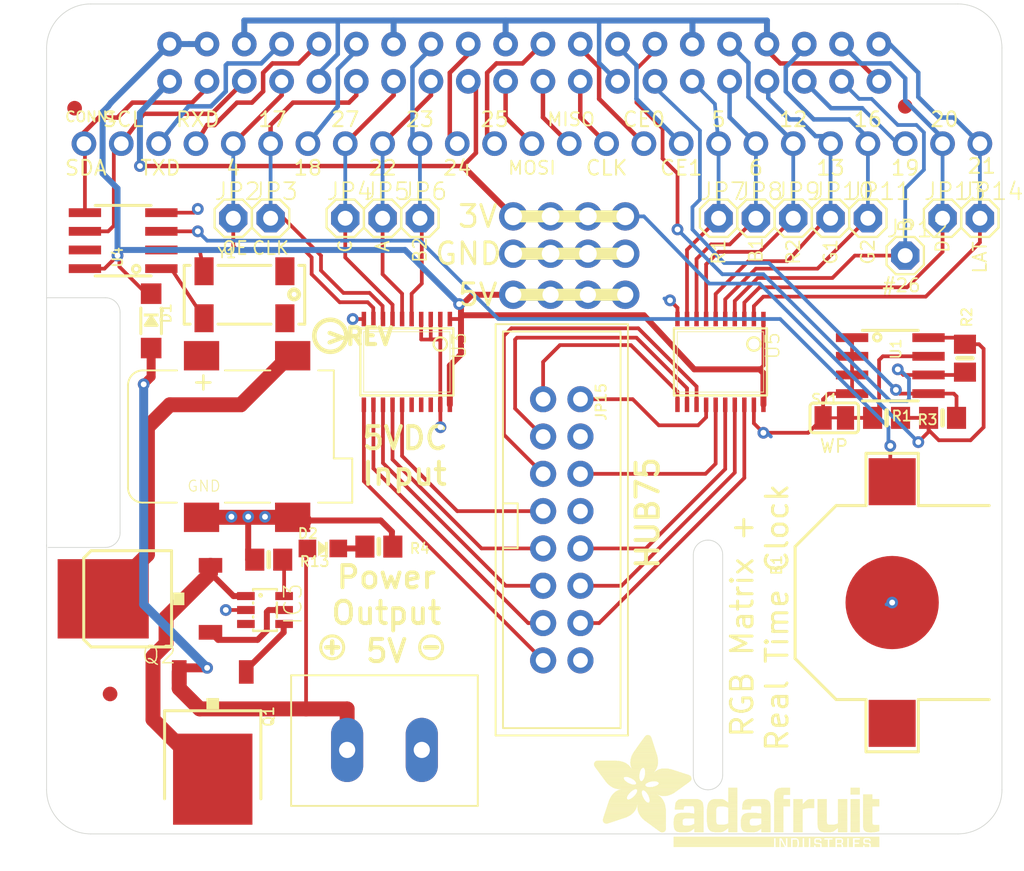
<source format=kicad_pcb>
(kicad_pcb (version 20211014) (generator pcbnew)
  (layers (0 "F.Cu" signal) (31 "B.Cu" signal) (34 "B.Paste" user) (35 "F.Paste" user) (36 "B.SilkS" user "B.Silkscreen") (37 "F.SilkS" user "F.Silkscreen") (38 "B.Mask" user) (39 "F.Mask" user) (44 "Edge.Cuts" user))
  (net 0 "")
  (net 1 "5.0V")
  (net 2 "SDA")
  (net 3 "SCL")
  (net 4 "GPIO4")
  (net 5 "GPIO17")
  (net 6 "GPIO27")
  (net 7 "GPIO22")
  (net 8 "SPI_MOSI")
  (net 9 "SPI_MISO")
  (net 10 "SPI_SCLK")
  (net 11 "GPIO5")
  (net 12 "GPIO6")
  (net 13 "GPIO13")
  (net 14 "GPIO19")
  (net 15 "GPIO26")
  (net 16 "3.3V")
  (net 17 "GND")
  (net 18 "TXD")
  (net 19 "RXD")
  (net 20 "GPIO18")
  (net 21 "GPIO24")
  (net 22 "GPIO25")
  (net 23 "SPI_CE0")
  (net 24 "SPI_CE1")
  (net 25 "EECLK")
  (net 26 "GPIO16")
  (net 27 "GPIO20")
  (net 28 "GPIO21")
  (net 29 "GPIO23")
  (net 30 "EEDATA")
  (net 31 "GPIO12")
  (net 32 "N$16")
  (net 33 "M1_R1")
  (net 34 "M1_B1")
  (net 35 "M1_R2")
  (net 36 "M1_B2")
  (net 37 "M1_A")
  (net 38 "M1_C")
  (net 39 "CLK")
  (net 40 "OE")
  (net 41 "LAT")
  (net 42 "M1_D")
  (net 43 "M1_B")
  (net 44 "M1_G2")
  (net 45 "M1_G1")
  (net 46 "N$14")
  (net 47 "N$1")
  (net 48 "N$6")
  (net 49 "5VIN")
  (net 50 "N$5")
  (net 51 "N$7")
  (net 52 "N$2")
  (net 53 "N$3")
  (net 54 "+5V")
  (net 55 "N$4")
  (footprint "boardEagle:DCJACK_2MM_SMT" (layer "F.Cu") (at 126.5421 106.2026)
    (fp_text reference "U2" hide)
    (fp_text value "2.1MMJACKSMT" hide)
  )
  (footprint "boardEagle:ADAFRUIT_TEXT_20MM" (layer "F.Cu") (at 153.0851 134.1426)
    (fp_text reference "U$12" hide)
    (fp_text value "" hide)
  )
  (footprint "boardEagle:PI_HAT_SLOTS" (layer "F.Cu") (at 116.0011 133.2536)
    (fp_text reference "RPI1" hide)
    (fp_text value "RASPBERRYPI_BPLUS_HATSLOTS" hide)
    (fp_line (start 0.1 -19.5) (end 4 -19.5) (layer "Edge.Cuts") (width 0.05))
    (fp_line (start 0 -53.5) (end 0 -3) (layer "Edge.Cuts") (width 0.05))
    (fp_line (start 44 -4) (end 44 -19) (layer "Edge.Cuts") (width 0.05))
    (fp_line (start 3 0) (end 62 0) (layer "Edge.Cuts") (width 0.05))
    (fp_line (start 46 -19) (end 46 -4) (layer "Edge.Cuts") (width 0.05))
    (fp_line (start 5 -20.5) (end 5 -35.5) (layer "Edge.Cuts") (width 0.05))
    (fp_line (start 4 -36.5) (end 0 -36.5) (layer "Edge.Cuts") (width 0.05))
    (fp_line (start 65 -3) (end 65 -53.5) (layer "Edge.Cuts") (width 0.05))
    (fp_line (start 62 -56.5) (end 3 -56.5) (layer "Edge.Cuts") (width 0.05))
    (fp_arc (start 65 -3) (mid 64.12132 -0.87868) (end 62 0) (layer "Edge.Cuts") (width 0.05))
    (fp_arc (start 46 -4) (mid 45.707107 -3.292893) (end 45 -3) (layer "Edge.Cuts") (width 0.05))
    (fp_arc (start 45 -3) (mid 44.292893 -3.292893) (end 44 -4) (layer "Edge.Cuts") (width 0.05))
    (fp_arc (start 62 -56.5) (mid 64.12132 -55.62132) (end 65 -53.5) (layer "Edge.Cuts") (width 0.05))
    (fp_arc (start 5 -20.5) (mid 4.707107 -19.792893) (end 4 -19.5) (layer "Edge.Cuts") (width 0.05))
    (fp_arc (start 45 -20) (mid 45.707107 -19.707107) (end 46 -19) (layer "Edge.Cuts") (width 0.05))
    (fp_arc (start 44 -19) (mid 44.292893 -19.707107) (end 45 -20) (layer "Edge.Cuts") (width 0.05))
    (fp_arc (start 0 -53.5) (mid 0.87868 -55.62132) (end 3 -56.5) (layer "Edge.Cuts") (width 0.05))
    (fp_arc (start 4 -36.5) (mid 4.707107 -36.207107) (end 5 -35.5) (layer "Edge.Cuts") (width 0.05))
    (fp_arc (start 3 0) (mid 0.87868 -0.87868) (end 0 -3) (layer "Edge.Cuts") (width 0.05))
  )
  (footprint "boardEagle:PCBFEAT-REV-056" (layer "F.Cu") (at 135.3051 99.3446)
    (fp_text reference "U$3" hide)
    (fp_text value "" hide)
  )
  (footprint "boardEagle:1X25_ROUND_70MIL" (layer "F.Cu") (at 149.0211 86.2636)
    (fp_text reference "CONN1")
    (fp_text value "HEADER-1X25")
  )
  (footprint "boardEagle:CHIPLED_0805_NOOUTLINE" (layer "F.Cu") (at 134.7971 113.8226 -90)
    (fp_text reference "D2")
    (fp_text value "green")
  )
  (footprint "boardEagle:1X01" (layer "F.Cu") (at 169.3411 91.3436)
    (fp_text reference "JP10")
    (fp_text value "")
  )
  (footprint "boardEagle:1X01" (layer "F.Cu") (at 141.4011 91.3436)
    (fp_text reference "JP6")
    (fp_text value "")
  )
  (footprint "boardEagle:SOIC8_150MIL" (layer "F.Cu") (at 173.4051 101.3766 -90)
    (fp_text reference "U1")
    (fp_text value "CAT24C32")
  )
  (footprint "boardEagle:SOD-123" (layer "F.Cu") (at 123.1131 98.3286 -90)
    (fp_text reference "D1")
    (fp_text value "MBR120")
  )
  (footprint "boardEagle:SYMBOL_MINUS" (layer "F.Cu") (at 142.1631 120.5536)
    (fp_text reference "U$11" hide)
    (fp_text value "" hide)
  )
  (footprint "boardEagle:1X01" (layer "F.Cu") (at 131.2411 91.3436)
    (fp_text reference "JP3")
    (fp_text value "")
  )
  (footprint "boardEagle:0805-NO" (layer "F.Cu") (at 131.1141 114.5846)
    (fp_text reference "R13")
    (fp_text value "1K")
  )
  (footprint "boardEagle:SOIC8_150MIL" (layer "F.Cu") (at 121.2081 92.8676 90)
    (fp_text reference "U4")
    (fp_text value "DS1307")
  )
  (footprint "boardEagle:1X01" (layer "F.Cu") (at 128.7011 91.3436)
    (fp_text reference "JP2")
    (fp_text value "")
  )
  (footprint "boardEagle:CR1220" (layer "F.Cu") (at 173.5321 117.5056 -90)
    (fp_text reference "B1")
    (fp_text value "CR1220")
  )
  (footprint "boardEagle:1X01" (layer "F.Cu") (at 136.3211 91.3436)
    (fp_text reference "JP4")
    (fp_text value "")
  )
  (footprint "boardEagle:FIDUCIAL_1MM" (layer "F.Cu") (at 174.4211 83.7236)
    (fp_text reference "FID3" hide)
    (fp_text value "FIDUCIAL\"\"" hide)
  )
  (footprint "boardEagle:TERMBLOCK508" (layer "F.Cu") (at 138.9881 127.5386 180)
    (fp_text reference "MATRIX_PWR0" hide)
    (fp_text value "PINHEAD" hide)
  )
  (footprint "boardEagle:CRYSTAL_8X3.8" (layer "F.Cu") (at 129.4631 96.5506)
    (fp_text reference "Y1")
    (fp_text value "32.768kHz")
  )
  (footprint "boardEagle:TO252" (layer "F.Cu") (at 127.3041 127.0306 180)
    (fp_text reference "Q1")
    (fp_text value "AOD514")
  )
  (footprint "boardEagle:SYMBOL_PLUS" (layer "F.Cu") (at 135.4321 120.5536)
    (fp_text reference "U$10" hide)
    (fp_text value "" hide)
  )
  (footprint "boardEagle:2X08_SHROUDED" (layer "F.Cu") (at 151.0531 112.5526 -90)
    (fp_text reference "JP15")
    (fp_text value "")
  )
  (footprint "boardEagle:D-PAK_TO252AA" (layer "F.Cu") (at 122.3511 117.2516 90)
    (fp_text reference "Q2")
    (fp_text value "AOD417")
  )
  (footprint "boardEagle:0805-NO" (layer "F.Cu") (at 176.9611 104.9326 180)
    (fp_text reference "R1")
    (fp_text value "3.9K")
  )
  (footprint "boardEagle:TSSOP20" (layer "F.Cu") (at 161.8481 101.1226 180)
    (fp_text reference "U5")
    (fp_text value "74AHCT245")
  )
  (footprint "boardEagle:0805-NO" (layer "F.Cu") (at 178.4851 100.8686 90)
    (fp_text reference "R2")
    (fp_text value "3.9K")
  )
  (footprint "boardEagle:1X01" (layer "F.Cu") (at 176.9611 91.3436)
    (fp_text reference "JP13")
    (fp_text value "")
  )
  (footprint "boardEagle:FIDUCIAL_1MM" (layer "F.Cu") (at 117.9061 83.8506)
    (fp_text reference "FID1" hide)
    (fp_text value "FIDUCIAL\"\"" hide)
  )
  (footprint "boardEagle:FIDUCIAL_1MM" (layer "F.Cu") (at 120.3191 123.7286)
    (fp_text reference "FID2" hide)
    (fp_text value "FIDUCIAL\"\"" hide)
  )
  (footprint "boardEagle:1X01" (layer "F.Cu") (at 166.8011 91.3436)
    (fp_text reference "JP9")
    (fp_text value "")
  )
  (footprint "boardEagle:1X01" (layer "F.Cu") (at 174.4211 93.8836)
    (fp_text reference "JP12")
    (fp_text value "")
  )
  (footprint "boardEagle:1X01" (layer "F.Cu") (at 164.2611 91.3436)
    (fp_text reference "JP8")
    (fp_text value "")
  )
  (footprint "boardEagle:SOT23-6" (layer "F.Cu") (at 130.8601 118.0136 -90)
    (fp_text reference "IC3")
    (fp_text value "MAX4866T")
  )
  (footprint "boardEagle:1X01" (layer "F.Cu") (at 171.8811 91.3436)
    (fp_text reference "JP11")
    (fp_text value "")
  )
  (footprint "boardEagle:0805-NO" (layer "F.Cu") (at 138.6071 113.6956)
    (fp_text reference "R4")
    (fp_text value "1K")
  )
  (footprint "boardEagle:1X01" (layer "F.Cu") (at 179.5011 91.3436)
    (fp_text reference "JP14")
    (fp_text value "")
  )
  (footprint "boardEagle:1X01" (layer "F.Cu") (at 138.8611 91.3436)
    (fp_text reference "JP5")
    (fp_text value "")
  )
  (footprint "boardEagle:1X01" (layer "F.Cu") (at 161.7211 91.3436)
    (fp_text reference "JP7")
    (fp_text value "")
  )
  (footprint "boardEagle:SOLDERJUMPER_CLOSEDWIRE" (layer "F.Cu") (at 169.5951 104.9326)
    (fp_text reference "SJ1")
    (fp_text value "WP")
  )
  (footprint "boardEagle:TSSOP20" (layer "F.Cu") (at 140.5121 101.1226 180)
    (fp_text reference "U3")
    (fp_text value "74AHCT245")
  )
  (footprint "boardEagle:0805-NO" (layer "F.Cu") (at 173.1511 104.9326)
    (fp_text reference "R3")
    (fp_text value "3.9K")
  )
  (gr_line (start 147.7511 96.5506) (end 155.3711 96.5506) (layer "F.SilkS") (width 0.8128))
  (gr_line (start 147.7511 93.7566) (end 155.4981 93.7566) (layer "F.SilkS") (width 0.8128))
  (gr_line (start 147.7511 91.2166) (end 155.3711 91.2166) (layer "F.SilkS") (width 0.8128))
  (gr_line (start 116.0011 113.6956) (end 116.0011 113.5686) (layer "Edge.Cuts") (width 0.05))
  (gr_text "5V" (at 139.1151 120.8076) (layer "F.SilkS") (effects (font (size 1.5113 1.5113) (thickness 0.2667))))
  (gr_text "23" (at 141.4011 84.6126) (layer "F.SilkS") (effects (font (size 1.00584 1.00584) (thickness 0.13716))))
  (gr_text "RGB Matrix + \nReal Time Clock" (at 164.5151 118.5216 90) (layer "F.SilkS") (effects (font (size 1.475232 1.475232) (thickness 0.201168))))
  (gr_text "22" (at 138.8611 87.9146) (layer "F.SilkS") (effects (font (size 1.00584 1.00584) (thickness 0.13716))))
  (gr_text "5" (at 161.7211 84.6126) (layer "F.SilkS") (effects (font (size 1.00584 1.00584) (thickness 0.13716))))
  (gr_text "G2" (at 171.8811 93.6296 90) (layer "F.SilkS") (effects (font (size 0.89408 0.89408) (thickness 0.12192))))
  (gr_text "5VDC\nInput" (at 137.3371 109.6316) (layer "F.SilkS") (effects (font (size 1.5113 1.5113) (thickness 0.2667)) (justify left bottom)))
  (gr_text "GND" (at 144.7031 93.7566) (layer "F.SilkS") (effects (font (size 1.475232 1.475232) (thickness 0.201168))))
  (gr_text "R1" (at 161.7211 93.6296 90) (layer "F.SilkS") (effects (font (size 0.89408 0.89408) (thickness 0.12192))))
  (gr_text "#26" (at 174.1671 95.9156) (layer "F.SilkS") (effects (font (size 0.89408 0.89408) (thickness 0.12192))))
  (gr_text "CLK" (at 131.2411 93.3756) (layer "F.SilkS") (effects (font (size 0.89408 0.89408) (thickness 0.12192))))
  (gr_text "SDA" (at 118.6681 87.9146) (layer "F.SilkS") (effects (font (size 1.00584 1.00584) (thickness 0.13716))))
  (gr_text "A" (at 138.8611 93.2486 90) (layer "F.SilkS") (effects (font (size 0.89408 0.89408) (thickness 0.12192))))
  (gr_text "RXD" (at 126.2881 84.6126) (layer "F.SilkS") (effects (font (size 1.00584 1.00584) (thickness 0.13716))))
  (gr_text "25" (at 146.4811 84.6126) (layer "F.SilkS") (effects (font (size 1.00584 1.00584) (thickness 0.13716))))
  (gr_text "24" (at 143.9411 87.9146) (layer "F.SilkS") (effects (font (size 1.00584 1.00584) (thickness 0.13716))))
  (gr_text "CE0" (at 156.6411 84.6126) (layer "F.SilkS") (effects (font (size 1.00584 1.00584) (thickness 0.13716))))
  (gr_text "G1" (at 169.3411 93.6296 90) (layer "F.SilkS") (effects (font (size 0.89408 0.89408) (thickness 0.12192))))
  (gr_text "18" (at 133.7811 87.9146) (layer "F.SilkS") (effects (font (size 1.00584 1.00584) (thickness 0.13716))))
  (gr_text "D" (at 176.9611 93.2486 90) (layer "F.SilkS") (effects (font (size 0.89408 0.89408) (thickness 0.12192))))
  (gr_text "CLK" (at 154.1011 87.9146) (layer "F.SilkS") (effects (font (size 1.00584 1.00584) (thickness 0.13716))))
  (gr_text "CE1" (at 159.1811 87.9146) (layer "F.SilkS") (effects (font (size 1.00584 1.00584) (thickness 0.13716))))
  (gr_text "MOSI" (at 149.0211 87.9146) (layer "F.SilkS") (effects (font (size 0.89408 0.89408) (thickness 0.12192))))
  (gr_text "21" (at 179.6281 87.7876) (layer "F.SilkS") (effects (font (size 1.00584 1.00584) (thickness 0.13716))))
  (gr_text "LAT" (at 179.5011 94.0106 90) (layer "F.SilkS") (effects (font (size 0.89408 0.89408) (thickness 0.12192))))
  (gr_text "5V" (at 145.3381 96.5506) (layer "F.SilkS") (effects (font (size 1.475232 1.475232) (thickness 0.201168))))
  (gr_text "Power\nOutput" (at 139.1151 116.9976) (layer "F.SilkS") (effects (font (size 1.5113 1.5113) (thickness 0.2667))))
  (gr_text "WP" (at 170.6111 106.3296) (layer "F.SilkS") (effects (font (size 0.89408 0.89408) (thickness 0.12192)) (justify right top)))
  (gr_text "3V" (at 145.3381 91.2166) (layer "F.SilkS") (effects (font (size 1.475232 1.475232) (thickness 0.201168))))
  (gr_text "13" (at 169.3411 87.9146) (layer "F.SilkS") (effects (font (size 1.00584 1.00584) (thickness 0.13716))))
  (gr_text "19" (at 174.4211 87.9146) (layer "F.SilkS") (effects (font (size 1.00584 1.00584) (thickness 0.13716))))
  (gr_text "TXD" (at 123.7481 87.9146) (layer "F.SilkS") (effects (font (size 1.00584 1.00584) (thickness 0.13716))))
  (gr_text "4" (at 128.7011 87.9146) (layer "F.SilkS") (effects (font (size 1.00584 1.00584) (thickness 0.13716))))
  (gr_text "B" (at 174.4211 91.8516 90) (layer "F.SilkS") (effects (font (size 0.89408 0.89408) (thickness 0.12192))))
  (gr_text "20" (at 177.0881 84.6126) (layer "F.SilkS") (effects (font (size 1.00584 1.00584) (thickness 0.13716))))
  (gr_text "B1" (at 164.2611 93.5026 90) (layer "F.SilkS") (effects (font (size 0.89408 0.89408) (thickness 0.12192))))
  (gr_text "12" (at 166.8011 84.6126) (layer "F.SilkS") (effects (font (size 1.00584 1.00584) (thickness 0.13716))))
  (gr_text "C" (at 136.3211 93.2486 90) (layer "F.SilkS") (effects (font (size 0.89408 0.89408) (thickness 0.12192))))
  (gr_text "HUB75" (at 156.8951 111.4096 90) (layer "F.SilkS") (effects (font (size 1.5113 1.5113) (thickness 0.2667))))
  (gr_text "17" (at 131.3681 84.6126) (layer "F.SilkS") (effects (font (size 1.00584 1.00584) (thickness 0.13716))))
  (gr_text "16" (at 171.8811 84.6126) (layer "F.SilkS") (effects (font (size 1.00584 1.00584) (thickness 0.13716))))
  (gr_text "SCL" (at 121.2081 84.6126) (layer "F.SilkS") (effects (font (size 1.00584 1.00584) (thickness 0.13716))))
  (gr_text "OE" (at 128.8281 93.3756) (layer "F.SilkS") (effects (font (size 0.89408 0.89408) (thickness 0.12192))))
  (gr_text "27" (at 136.3211 84.6126) (layer "F.SilkS") (effects (font (size 1.00584 1.00584) (thickness 0.13716))))
  (gr_text "6" (at 164.2611 87.9146) (layer "F.SilkS") (effects (font (size 1.00584 1.00584) (thickness 0.13716))))
  (gr_text "MISO" (at 151.6881 84.6126) (layer "F.SilkS") (effects (font (size 0.89408 0.89408) (thickness 0.12192))))
  (gr_text "R2" (at 166.8011 93.6296 90) (layer "F.SilkS") (effects (font (size 0.89408 0.89408) (thickness 0.12192))))
  (gr_text "B2" (at 141.4011 93.5026 90) (layer "F.SilkS") (effects (font (size 0.89408 0.89408) (thickness 0.12192))))
  (segment (start 126.9231 121.9506) (end 125.3041 121.9506) (width 0.6096) (layer "F.Cu") (net 1))
  (segment (start 125.3041 121.9506) (end 125.0241 122.2306) (width 0.6096) (layer "F.Cu") (net 1))
  (segment (start 133.6541 113.6956) (end 133.6541 124.7446) (width 0.254) (layer "F.Cu") (net 1))
  (segment (start 133.4001 113.4416) (end 133.6541 113.6956) (width 0.254) (layer "F.Cu") (net 1))
  (segment (start 133.7471 113.6956) (end 133.7471 113.8226) (width 0.4064) (layer "F.Cu") (net 1))
  (segment (start 133.6541 124.7446) (end 136.4481 124.7446) (width 1.016) (layer "F.Cu") (net 1))
  (segment (start 136.4481 124.7446) (end 136.4481 127.5386) (width 1.016) (layer "F.Cu") (net 1))
  (segment (start 126.4151 124.7446) (end 133.6541 124.7446) (width 1.016) (layer "F.Cu") (net 1))
  (segment (start 123.1131 100.1786) (end 123.1131 102.1386) (width 0.6096) (layer "F.Cu") (net 1))
  (segment (start 123.1131 102.1386) (end 122.6051 102.6466) (width 0.6096) (layer "F.Cu") (net 1))
  (segment (start 125.0241 123.3536) (end 126.4151 124.7446) (width 1.016) (layer "F.Cu") (net 1))
  (segment (start 125.0241 122.2306) (end 125.0241 123.3536) (width 1.016) (layer "F.Cu") (net 1))
  (segment (start 133.6541 113.6956) (end 133.7471 113.6956) (width 0.4064) (layer "F.Cu") (net 1))
  (via (at 126.9231 121.9506) (size 0.8001) (drill 0.3937) (layers "F.Cu" "B.Cu") (net 1))
  (via (at 122.6051 102.6466) (size 0.8001) (drill 0.3937) (layers "F.Cu" "B.Cu") (net 1))
  (segment (start 122.6051 102.6466) (end 122.6051 117.6326) (width 0.6096) (layer "B.Cu") (net 1))
  (segment (start 122.6051 117.6326) (end 126.9231 121.9506) (width 0.6096) (layer "B.Cu") (net 1))
  (segment (start 126.9111 82.4656) (end 126.9111 82.0236) (width 0.3048) (layer "F.Cu") (net 2))
  (segment (start 118.6081 86.3306) (end 118.5411 86.2636) (width 0.254) (layer "F.Cu") (net 2))
  (segment (start 125.9071 83.4696) (end 126.9111 82.4656) (width 0.3048) (layer "F.Cu") (net 2))
  (segment (start 119.5571 84.4856) (end 120.8271 84.4856) (width 0.3048) (layer "F.Cu") (net 2))
  (segment (start 118.5411 86.2636) (end 118.5411 85.5016) (width 0.3048) (layer "F.Cu") (net 2))
  (segment (start 118.5411 85.5016) (end 119.5571 84.4856) (width 0.3048) (layer "F.Cu") (net 2))
  (segment (start 121.8431 83.4696) (end 125.9071 83.4696) (width 0.3048) (layer "F.Cu") (net 2))
  (segment (start 118.6081 90.9626) (end 118.6081 86.3306) (width 0.254) (layer "F.Cu") (net 2))
  (segment (start 120.8271 84.4856) (end 121.8431 83.4696) (width 0.3048) (layer "F.Cu") (net 2))
  (segment (start 121.0811 86.2636) (end 120.5731 86.7716) (width 0.254) (layer "F.Cu") (net 3))
  (segment (start 120.5731 91.8516) (end 120.1921 92.2326) (width 0.254) (layer "F.Cu") (net 3))
  (segment (start 121.0811 86.2636) (end 122.6051 84.2316) (width 0.3048) (layer "F.Cu") (net 3))
  (segment (start 127.2431 84.2316) (end 129.4511 82.0236) (width 0.3048) (layer "F.Cu") (net 3))
  (segment (start 120.5731 86.7716) (end 120.5731 91.8516) (width 0.254) (layer "F.Cu") (net 3))
  (segment (start 122.6051 84.2316) (end 127.2431 84.2316) (width 0.3048) (layer "F.Cu") (net 3))
  (segment (start 120.1921 92.2326) (end 118.6081 92.2326) (width 0.254) (layer "F.Cu") (net 3))
  (segment (start 128.7011 86.2636) (end 131.9911 82.9736) (width 0.3048) (layer "F.Cu") (net 4))
  (segment (start 138.2261 98.1938) (end 138.2371 98.2048) (width 0.254) (layer "F.Cu") (net 4))
  (segment (start 135.9401 97.0586) (end 137.8451 97.0586) (width 0.254) (layer "F.Cu") (net 4))
  (segment (start 134.0351 95.1536) (end 135.9401 97.0586) (width 0.254) (layer "F.Cu") (net 4))
  (segment (start 128.7011 93.2486) (end 128.9551 93.5026) (width 0.254) (layer "F.Cu") (net 4))
  (segment (start 131.9911 82.9736) (end 131.9911 82.0236) (width 0.3048) (layer "F.Cu") (net 4))
  (segment (start 134.0351 94.0106) (end 134.0351 95.1536) (width 0.254) (layer "F.Cu") (net 4))
  (segment (start 133.5271 93.5026) (end 134.0351 94.0106) (width 0.254) (layer "F.Cu") (net 4))
  (segment (start 137.8451 97.0586) (end 138.2261 97.4396) (width 0.254) (layer "F.Cu") (net 4))
  (segment (start 128.9551 93.5026) (end 133.5271 93.5026) (width 0.254) (layer "F.Cu") (net 4))
  (segment (start 128.7011 91.3436) (end 128.7011 93.2486) (width 0.254) (layer "F.Cu") (net 4))
  (segment (start 138.2261 97.4396) (end 138.2261 98.1938) (width 0.254) (layer "F.Cu") (net 4))
  (segment (start 128.7011 86.2636) (end 128.7011 91.3436) (width 0.254) (layer "B.Cu") (net 4))
  (segment (start 132.1301 91.3436) (end 134.6701 93.8836) (width 0.254) (layer "F.Cu") (net 5))
  (segment (start 136.1941 96.4236) (end 137.9721 96.4236) (width 0.254) (layer "F.Cu") (net 5))
  (segment (start 132.7651 83.4696) (end 136.5751 83.4696) (width 0.3048) (layer "F.Cu") (net 5))
  (segment (start 138.8611 98.1788) (end 138.8871 98.2048) (width 0.254) (layer "F.Cu") (net 5))
  (segment (start 134.6701 93.8836) (end 134.6701 94.8996) (width 0.254) (layer "F.Cu") (net 5))
  (segment (start 131.2411 84.9936) (end 132.7651 83.4696) (width 0.3048) (layer "F.Cu") (net 5))
  (segment (start 137.9721 96.4236) (end 138.8611 97.3126) (width 0.254) (layer "F.Cu") (net 5))
  (segment (start 137.0711 82.9736) (end 137.0711 82.0236) (width 0.3048) (layer "F.Cu") (net 5))
  (segment (start 131.2411 86.2636) (end 131.2411 84.9936) (width 0.3048) (layer "F.Cu") (net 5))
  (segment (start 138.8611 97.3126) (end 138.8611 98.1788) (width 0.254) (layer "F.Cu") (net 5))
  (segment (start 131.2411 91.3436) (end 132.1301 91.3436) (width 0.254) (layer "F.Cu") (net 5))
  (segment (start 136.5751 83.4696) (end 137.0711 82.9736) (width 0.3048) (layer "F.Cu") (net 5))
  (segment (start 134.6701 94.8996) (end 136.1941 96.4236) (width 0.254) (layer "F.Cu") (net 5))
  (segment (start 131.2411 91.3436) (end 131.2411 86.2636) (width 0.254) (layer "B.Cu") (net 5))
  (segment (start 136.3211 91.3436) (end 136.3211 94.0106) (width 0.254) (layer "F.Cu") (net 6))
  (segment (start 136.3211 94.0106) (end 139.5371 97.2266) (width 0.254) (layer "F.Cu") (net 6))
  (segment (start 139.5371 98.2048) (end 139.5371 97.2266) (width 0.254) (layer "F.Cu") (net 6))
  (segment (start 139.6111 82.9736) (end 139.6111 82.0236) (width 0.3048) (layer "F.Cu") (net 6))
  (segment (start 136.3211 86.2636) (end 139.6111 82.9736) (width 0.3048) (layer "F.Cu") (net 6))
  (segment (start 136.3211 91.3436) (end 136.3211 86.2636) (width 0.254) (layer "B.Cu") (net 6))
  (segment (start 140.1871 98.2048) (end 140.1871 96.4796) (width 0.254) (layer "F.Cu") (net 7))
  (segment (start 140.1871 96.4796) (end 138.8611 95.1536) (width 0.254) (layer "F.Cu") (net 7))
  (segment (start 138.8611 86.2636) (end 142.1511 82.9736) (width 0.3048) (layer "F.Cu") (net 7))
  (segment (start 138.8611 95.1536) (end 138.8611 91.3436) (width 0.254) (layer "F.Cu") (net 7))
  (segment (start 142.1511 82.9736) (end 142.1511 82.0236) (width 0.3048) (layer "F.Cu") (net 7))
  (segment (start 138.8611 91.3436) (end 138.8611 86.2636) (width 0.254) (layer "B.Cu") (net 7))
  (segment (start 147.2311 84.4736) (end 147.2311 82.0236) (width 0.3048) (layer "F.Cu") (net 8))
  (segment (start 149.0211 86.2636) (end 147.2311 84.4736) (width 0.3048) (layer "F.Cu") (net 8))
  (segment (start 149.7711 84.4736) (end 149.7711 82.0236) (width 0.3048) (layer "F.Cu") (net 9))
  (segment (start 151.5611 86.2636) (end 149.7711 84.4736) (width 0.3048) (layer "F.Cu") (net 9))
  (segment (start 154.1011 86.2636) (end 152.3111 84.4736) (width 0.3048) (layer "F.Cu") (net 10))
  (segment (start 152.3111 84.4736) (end 152.3111 82.0236) (width 0.3048) (layer "F.Cu") (net 10))
  (segment (start 159.5731 98.2048) (end 159.5731 93.4916) (width 0.254) (layer "F.Cu") (net 11))
  (segment (start 159.5731 93.4916) (end 161.7211 91.3436) (width 0.254) (layer "F.Cu") (net 11))
  (segment (start 159.9311 82.0236) (end 161.4671 83.5596) (width 0.254) (layer "B.Cu") (net 11))
  (segment (start 161.7211 91.3436) (end 161.7211 86.2636) (width 0.254) (layer "B.Cu") (net 11))
  (segment (start 161.4671 83.5596) (end 161.7211 86.2636) (width 0.254) (layer "B.Cu") (net 11))
  (segment (start 161.2131 93.1216) (end 162.4831 93.1216) (width 0.254) (layer "F.Cu") (net 12))
  (segment (start 160.2231 94.1116) (end 161.2131 93.1216) (width 0.254) (layer "F.Cu") (net 12))
  (segment (start 162.4831 93.1216) (end 164.2611 91.3436) (width 0.254) (layer "F.Cu") (net 12))
  (segment (start 160.2231 98.2048) (end 160.2231 94.1116) (width 0.254) (layer "F.Cu") (net 12))
  (segment (start 164.2611 86.2636) (end 164.2611 91.3436) (width 0.254) (layer "B.Cu") (net 12))
  (segment (start 162.4711 82.0236) (end 162.4711 84.4736) (width 0.3048) (layer "B.Cu") (net 12))
  (segment (start 162.4711 84.4736) (end 164.2611 86.2636) (width 0.3048) (layer "B.Cu") (net 12))
  (segment (start 168.8331 91.5976) (end 169.0871 91.5976) (width 0.254) (layer "F.Cu") (net 13))
  (segment (start 161.5231 98.2048) (end 161.5231 96.4946) (width 0.254) (layer "F.Cu") (net 13))
  (segment (start 161.5231 96.4946) (end 163.7531 94.2646) (width 0.254) (layer "F.Cu") (net 13))
  (segment (start 163.7531 94.2646) (end 166.4201 94.2646) (width 0.254) (layer "F.Cu") (net 13))
  (segment (start 169.0871 91.5976) (end 169.3411 91.3436) (width 0.254) (layer "F.Cu") (net 13))
  (segment (start 166.4201 94.2646) (end 168.8331 91.5976) (width 0.254) (layer "F.Cu") (net 13))
  (segment (start 169.3411 86.2636) (end 169.3411 91.3436) (width 0.254) (layer "B.Cu") (net 13))
  (segment (start 165.0111 82.0236) (end 165.1011 82.0236) (width 0.3048) (layer "B.Cu") (net 13))
  (segment (start 168.3251 85.7556) (end 168.8331 85.7556) (width 0.3048) (layer "B.Cu") (net 13))
  (segment (start 166.5471 84.6126) (end 167.1821 84.6126) (width 0.3048) (layer "B.Cu") (net 13))
  (segment (start 165.1011 83.1666) (end 166.5471 84.6126) (width 0.3048) (layer "B.Cu") (net 13))
  (segment (start 167.1821 84.6126) (end 168.3251 85.7556) (width 0.3048) (layer "B.Cu") (net 13))
  (segment (start 165.1011 82.0236) (end 165.1011 83.1666) (width 0.3048) (layer "B.Cu") (net 13))
  (segment (start 168.8331 85.7556) (end 169.3411 86.2636) (width 0.3048) (layer "B.Cu") (net 13))
  (segment (start 173.6591 86.0096) (end 174.4211 86.2636) (width 0.254) (layer "B.Cu") (net 14))
  (segment (start 171.5001 83.8506) (end 173.6591 86.0096) (width 0.254) (layer "B.Cu") (net 14))
  (segment (start 167.5511 82.0236) (end 169.3781 83.8506) (width 0.3048) (layer "B.Cu") (net 14))
  (segment (start 169.3781 83.8506) (end 171.5001 83.8506) (width 0.3048) (layer "B.Cu") (net 14))
  (segment (start 170.9921 93.8836) (end 174.4211 93.8836) (width 0.254) (layer "F.Cu") (net 15))
  (segment (start 162.8231 98.2048) (end 162.8231 96.9726) (width 0.254) (layer "F.Cu") (net 15))
  (segment (start 162.8231 96.9726) (end 164.3881 95.4076) (width 0.254) (layer "F.Cu") (net 15))
  (segment (start 169.4681 95.4076) (end 170.9921 93.8836) (width 0.254) (layer "F.Cu") (net 15))
  (segment (start 164.3881 95.4076) (end 169.4681 95.4076) (width 0.254) (layer "F.Cu") (net 15))
  (segment (start 172.1351 83.2156) (end 171.2831 83.2156) (width 0.254) (layer "B.Cu") (net 15))
  (segment (start 175.1831 84.9936) (end 173.9131 84.9936) (width 0.254) (layer "B.Cu") (net 15))
  (segment (start 175.6911 88.0416) (end 175.6911 85.5016) (width 0.254) (layer "B.Cu") (net 15))
  (segment (start 171.2831 83.2156) (end 170.0911 82.0236) (width 0.254) (layer "B.Cu") (net 15))
  (segment (start 174.4211 89.3116) (end 175.6911 88.0416) (width 0.254) (layer "B.Cu") (net 15))
  (segment (start 173.9131 84.9936) (end 172.1351 83.2156) (width 0.254) (layer "B.Cu") (net 15))
  (segment (start 175.6911 85.5016) (end 175.1831 84.9936) (width 0.254) (layer "B.Cu") (net 15))
  (segment (start 174.4211 93.8836) (end 174.4211 89.3116) (width 0.254) (layer "B.Cu") (net 15))
  (segment (start 178.0381 99.4716) (end 176.0051 99.4716) (width 0.254) (layer "F.Cu") (net 16))
  (segment (start 178.4851 99.9186) (end 178.0381 99.4716) (width 0.254) (layer "F.Cu") (net 16))
  (segment (start 144.6911 82.0236) (end 145.2111 82.5436) (width 0.3048) (layer "F.Cu") (net 16))
  (segment (start 179.7551 105.5676) (end 179.7551 100.2336) (width 0.254) (layer "F.Cu") (net 16))
  (segment (start 145.2111 86.8986) (end 144.3221 87.7876) (width 0.3048) (layer "F.Cu") (net 16))
  (segment (start 174.1011 104.9326) (end 176.0111 104.9326) (width 0.254) (layer "F.Cu") (net 16))
  (segment (start 179.7551 100.2336) (end 179.4401 99.9186) (width 0.254) (layer "F.Cu") (net 16))
  (segment (start 144.3221 87.7876) (end 122.3511 87.7876) (width 0.3048) (layer "F.Cu") (net 16))
  (segment (start 176.0721 105.8216) (end 176.7071 106.4566) (width 0.254) (layer "F.Cu") (net 16))
  (segment (start 176.0111 105.7606) (end 176.0721 105.8216) (width 0.254) (layer "F.Cu") (net 16))
  (segment (start 144.3221 87.7876) (end 147.7511 91.2166) (width 0.4064) (layer "F.Cu") (net 16))
  (segment (start 179.4401 99.9186) (end 178.4851 99.9186) (width 0.254) (layer "F.Cu") (net 16))
  (segment (start 145.2111 82.5436) (end 145.2111 86.8986) (width 0.3048) (layer "F.Cu") (net 16))
  (segment (start 176.0721 105.8216) (end 175.3101 106.5836) (width 0.254) (layer "F.Cu") (net 16))
  (segment (start 176.0111 104.9326) (end 176.0111 105.7606) (width 0.254) (layer "F.Cu") (net 16))
  (segment (start 178.8661 106.4566) (end 179.7551 105.5676) (width 0.254) (layer "F.Cu") (net 16))
  (segment (start 176.7071 106.4566) (end 178.8661 106.4566) (width 0.254) (layer "F.Cu") (net 16))
  (via (at 122.3511 87.7876) (size 0.8001) (drill 0.3937) (layers "F.Cu" "B.Cu") (net 16))
  (via (at 155.3711 91.2166) (size 1.9304) (drill 1.2) (layers "F.Cu" "B.Cu") (net 16))
  (via (at 152.8311 91.2166) (size 1.9304) (drill 1.2) (layers "F.Cu" "B.Cu") (net 16))
  (via (at 175.3101 106.5836) (size 0.8001) (drill 0.3937) (layers "F.Cu" "B.Cu") (net 16))
  (via (at 147.7511 91.2166) (size 1.9304) (drill 1.2) (layers "F.Cu" "B.Cu") (net 16))
  (via (at 150.2911 91.2166) (size 1.9304) (drill 1.2) (layers "F.Cu" "B.Cu") (net 16))
  (segment (start 175.3101 106.5836) (end 164.5151 95.7886) (width 0.254) (layer "B.Cu") (net 16))
  (segment (start 161.0861 95.7886) (end 156.6411 91.2166) (width 0.254) (layer "B.Cu") (net 16))
  (segment (start 150.2911 91.2166) (end 152.8311 91.2166) (width 0.8128) (layer "B.Cu") (net 16))
  (segment (start 147.7511 91.2166) (end 150.2911 91.2166) (width 0.8128) (layer "B.Cu") (net 16))
  (segment (start 122.3511 84.1706) (end 122.3511 87.6606) (width 0.4064) (layer "B.Cu") (net 16))
  (segment (start 164.5151 95.7886) (end 161.0861 95.7886) (width 0.254) (layer "B.Cu") (net 16))
  (segment (start 122.3511 87.7876) (end 122.4781 87.9146) (width 0.4064) (layer "B.Cu") (net 16))
  (segment (start 156.6411 91.2166) (end 155.3711 91.2166) (width 0.254) (layer "B.Cu") (net 16))
  (segment (start 122.3511 87.6606) (end 122.4781 87.9146) (width 0.4064) (layer "B.Cu") (net 16))
  (segment (start 152.8311 91.2166) (end 155.3711 91.2166) (width 0.8128) (layer "B.Cu") (net 16))
  (segment (start 124.3711 82.0236) (end 122.3511 84.1706) (width 0.4064) (layer "B.Cu") (net 16))
  (segment (start 142.7871 99.5986) (end 142.1371 99.5986) (width 0.254) (layer "F.Cu") (net 17))
  (segment (start 168.8331 104.9326) (end 167.8171 105.9486) (width 0.254) (layer "F.Cu") (net 17))
  (segment (start 173.2781 118.1406) (end 173.5321 117.5056) (width 0.254) (layer "F.Cu") (net 17))
  (segment (start 129.8051 111.7026) (end 129.7171 111.6636) (width 0.254) (layer "F.Cu") (net 17))
  (segment (start 164.1231 104.0404) (end 164.1231 105.3026) (width 0.254) (layer "F.Cu") (net 17))
  (segment (start 142.7871 104.2866) (end 142.7981 105.5676) (width 0.254) (layer "F.Cu") (net 17))
  (segment (start 170.8051 102.0116) (end 170.8051 103.2816) (width 0.254) (layer "F.Cu") (net 17))
  (segment (start 136.8323 98.2048) (end 136.8291 98.2016) (width 0.254) (layer "F.Cu") (net 17))
  (segment (start 142.1371 99.5986) (end 142.0361 99.5986) (width 0.254) (layer "F.Cu") (net 17))
  (segment (start 129.5601 118.0136) (end 128.1931 118.0136) (width 0.254) (layer "F.Cu") (net 17))
  (segment (start 171.4101 80.8026) (end 172.6311 82.0236) (width 0.3048) (layer "F.Cu") (net 17))
  (segment (start 137.5871 98.2048) (end 136.8323 98.2048) (width 0.254) (layer "F.Cu") (net 17))
  (segment (start 132.7421 111.7026) (end 133.3121 111.7026) (width 1.016) (layer "F.Cu") (net 17))
  (segment (start 141.4871 99.5986) (end 142.0361 99.5986) (width 0.254) (layer "F.Cu") (net 17))
  (segment (start 129.7171 114.5846) (end 129.7171 111.6636) (width 0.4064) (layer "F.Cu") (net 17))
  (segment (start 126.5421 111.7026) (end 132.7421 111.7026) (width 1.016) (layer "F.Cu") (net 17))
  (segment (start 165.0111 79.4836) (end 165.0111 79.9016) (width 0.3048) (layer "F.Cu") (net 17))
  (segment (start 139.4961 113.6346) (end 139.5571 113.6956) (width 0.4064) (layer "F.Cu") (net 17))
  (segment (start 142.7981 98.2048) (end 142.7871 98.2048) (width 0.254) (layer "F.Cu") (net 17))
  (segment (start 142.1371 99.5986) (end 142.7981 99.5986) (width 0.254) (layer "F.Cu") (net 17))
  (segment (start 133.5271 111.9176) (end 138.7341 111.9176) (width 0.4064) (layer "F.Cu") (net 17))
  (segment (start 142.7871 104.0404) (end 142.7871 104.2866) (width 0.254) (layer "F.Cu") (net 17))
  (segment (start 164.1231 105.3026) (end 164.7691 105.9486) (width 0.254) (layer "F.Cu") (net 17))
  (segment (start 138.7341 111.9176) (end 139.4961 112.6796) (width 0.4064) (layer "F.Cu") (net 17))
  (segment (start 165.9121 80.8026) (end 171.4101 80.8026) (width 0.3048) (layer "F.Cu") (net 17))
  (segment (start 158.9231 97.4356) (end 158.4191 96.9316) (width 0.254) (layer "F.Cu") (net 17))
  (segment (start 170.8051 100.7416) (end 170.8051 102.0116) (width 0.254) (layer "F.Cu") (net 17))
  (segment (start 142.1371 98.2048) (end 142.1371 99.5986) (width 0.254) (layer "F.Cu") (net 17))
  (segment (start 142.7871 104.0404) (end 142.7871 99.5986) (width 0.254) (layer "F.Cu") (net 17))
  (segment (start 170.8051 99.4716) (end 170.8051 100.7416) (width 0.254) (layer "F.Cu") (net 17))
  (segment (start 141.4871 98.2048) (end 141.4871 99.5986) (width 0.254) (layer "F.Cu") (net 17))
  (segment (start 139.4961 112.6796) (end 139.4961 113.6346) (width 0.4064) (layer "F.Cu") (net 17))
  (segment (start 126.0341 90.9626) (end 126.2881 90.7086) (width 0.254) (layer "F.Cu") (net 17))
  (segment (start 132.9571 111.9176) (end 132.7421 111.7026) (width 1.016) (layer "F.Cu") (net 17))
  (segment (start 130.1641 114.5846) (end 129.7171 114.5846) (width 0.4064) (layer "F.Cu") (net 17))
  (segment (start 142.7981 99.5986) (end 142.7981 98.2048) (width 0.254) (layer "F.Cu") (net 17))
  (segment (start 165.0111 79.9016) (end 165.9121 80.8026) (width 0.3048) (layer "F.Cu") (net 17))
  (segment (start 169.2141 103.2816) (end 170.8051 103.2816) (width 0.254) (layer "F.Cu") (net 17))
  (segment (start 133.5271 111.9176) (end 132.9571 111.9176) (width 1.016) (layer "F.Cu") (net 17))
  (segment (start 133.3121 111.7026) (end 133.5271 111.9176) (width 1.016) (layer "F.Cu") (net 17))
  (segment (start 158.9231 98.2048) (end 158.9231 97.4356) (width 0.254) (layer "F.Cu") (net 17))
  (segment (start 146.9891 93.7566) (end 147.7511 93.7566) (width 0.3048) (layer "F.Cu") (net 17))
  (segment (start 168.8331 103.6626) (end 169.2141 103.2816) (width 0.254) (layer "F.Cu") (net 17))
  (segment (start 126.5421 111.7026) (end 129.8051 111.7026) (width 0.254) (layer "F.Cu") (net 17))
  (segment (start 168.8331 104.9326) (end 168.8331 103.6626) (width 0.254) (layer "F.Cu") (net 17))
  (segment (start 167.8171 105.9486) (end 164.7691 105.9486) (width 0.254) (layer "F.Cu") (net 17))
  (segment (start 123.8081 90.9626) (end 126.0341 90.9626) (width 0.254) (layer "F.Cu") (net 17))
  (via (at 173.5321 117.5056) (size 0.8001) (drill 0.3937) (layers "F.Cu" "B.Cu") (net 17))
  (via (at 128.5741 111.6636) (size 0.8001) (drill 0.3937) (layers "F.Cu" "B.Cu") (net 17))
  (via (at 147.7511 93.7566) (size 1.9304) (drill 1.2) (layers "F.Cu" "B.Cu") (net 17))
  (via (at 130.8601 111.6636) (size 0.8001) (drill 0.3937) (layers "F.Cu" "B.Cu") (net 17))
  (via (at 164.7691 105.9486) (size 0.8001) (drill 0.3937) (layers "F.Cu" "B.Cu") (net 17))
  (via (at 150.2911 93.7566) (size 1.9304) (drill 1.2) (layers "F.Cu" "B.Cu") (net 17))
  (via (at 126.2881 90.7086) (size 0.8001) (drill 0.3937) (layers "F.Cu" "B.Cu") (net 17))
  (via (at 152.8311 93.7566) (size 1.9304) (drill 1.2) (layers "F.Cu" "B.Cu") (net 17))
  (via (at 158.4191 96.9316) (size 0.8001) (drill 0.3937) (layers "F.Cu" "B.Cu") (net 17))
  (via (at 128.1931 118.0136) (size 0.8001) (drill 0.3937) (layers "F.Cu" "B.Cu") (net 17))
  (via (at 142.7981 105.5676) (size 0.8001) (drill 0.3937) (layers "F.Cu" "B.Cu") (net 17))
  (via (at 136.8291 98.2016) (size 0.8001) (drill 0.3937) (layers "F.Cu" "B.Cu") (net 17))
  (via (at 129.7171 111.6636) (size 0.8001) (drill 0.3937) (layers "F.Cu" "B.Cu") (net 17))
  (via (at 155.3711 93.7566) (size 1.9304) (drill 1.2) (layers "F.Cu" "B.Cu") (net 17))
  (segment (start 152.8311 93.7566) (end 150.2911 93.7566) (width 0.8128) (layer "B.Cu") (net 17))
  (segment (start 135.8131 80.1676) (end 135.8131 78.0086) (width 0.3048) (layer "B.Cu") (net 17))
  (segment (start 147.2311 77.8816) (end 153.5931 77.8816) (width 0.4064) (layer "B.Cu") (net 17))
  (segment (start 158.1651 96.9316) (end 158.0381 96.8046) (width 0.254) (layer "B.Cu") (net 17))
  (segment (start 159.9431 79.4836) (end 159.9311 79.4836) (width 0.4064) (layer "B.Cu") (net 17))
  (segment (start 155.3711 93.7566) (end 152.8311 93.7566) (width 0.8128) (layer "B.Cu") (net 17))
  (segment (start 173.1511 117.6326) (end 173.5321 117.5056) (width 0.254) (layer "B.Cu") (net 17))
  (segment (start 165.0111 77.8816) (end 159.9431 77.8816) (width 0.4064) (layer "B.Cu") (net 17))
  (segment (start 165.0111 79.4836) (end 165.0111 77.8816) (width 0.4064) (layer "B.Cu") (net 17))
  (segment (start 139.6111 77.8816) (end 147.2311 77.8816) (width 0.4064) (layer "B.Cu") (net 17))
  (segment (start 136.8291 98.3286) (end 136.7021 98.4556) (width 0.254) (layer "B.Cu") (net 17))
  (segment (start 134.5311 81.4496) (end 135.8131 80.1676) (width 0.3048) (layer "B.Cu") (net 17))
  (segment (start 147.2311 79.4836) (end 147.2311 77.8816) (width 0.4064) (layer "B.Cu") (net 17))
  (segment (start 158.4191 96.9316) (end 158.1651 96.9316) (width 0.254) (layer "B.Cu") (net 17))
  (segment (start 153.5931 80.7656) (end 153.5931 77.8816) (width 0.3048) (layer "B.Cu") (net 17))
  (segment (start 134.5311 82.0236) (end 134.5311 81.4496) (width 0.3048) (layer "B.Cu") (net 17))
  (segment (start 154.8511 82.0236) (end 153.5931 80.7656) (width 0.3048) (layer "B.Cu") (net 17))
  (segment (start 129.7171 111.6636) (end 129.4631 111.6636) (width 0.254) (layer "B.Cu") (net 17))
  (segment (start 129.4511 77.8816) (end 135.9401 77.8816) (width 0.4064) (layer "B.Cu") (net 17))
  (segment (start 150.2911 93.7566) (end 147.7511 93.7566) (width 0.8128) (layer "B.Cu") (net 17))
  (segment (start 126.2881 90.7086) (end 126.2881 90.8356) (width 0.254) (layer "B.Cu") (net 17))
  (segment (start 126.2881 90.8356) (end 126.4151 90.9626) (width 0.254) (layer "B.Cu") (net 17))
  (segment (start 135.9401 77.8816) (end 139.6111 77.8816) (width 0.4064) (layer "B.Cu") (net 17))
  (segment (start 153.5931 77.8816) (end 159.9431 77.8816) (width 0.4064) (layer "B.Cu") (net 17))
  (segment (start 128.0661 118.0136) (end 127.9391 117.8866) (width 0.254) (layer "B.Cu") (net 17))
  (segment (start 135.8131 78.0086) (end 135.9401 77.8816) (width 0.3048) (layer "B.Cu") (net 17))
  (segment (start 142.7981 105.5676) (end 142.6711 105.4406) (width 0.254) (layer "B.Cu") (net 17))
  (segment (start 164.7691 105.9486) (end 165.0231 105.9486) (width 0.254) (layer "B.Cu") (net 17))
  (segment (start 128.1931 118.0136) (end 128.0661 118.0136) (width 0.254) (layer "B.Cu") (net 17))
  (segment (start 136.8291 98.2016) (end 136.8291 98.3286) (width 0.254) (layer "B.Cu") (net 17))
  (segment (start 129.4511 79.4836) (end 129.4511 77.8816) (width 0.4064) (layer "B.Cu") (net 17))
  (segment (start 139.6111 79.4836) (end 139.6111 77.8816) (width 0.4064) (layer "B.Cu") (net 17))
  (segment (start 159.9431 77.8816) (end 159.9431 79.4836) (width 0.4064) (layer "B.Cu") (net 17))
  (segment (start 165.0231 105.9486) (end 165.2771 106.2026) (width 0.254) (layer "B.Cu") (net 17))
  (segment (start 128.3201 80.8026) (end 130.6061 80.8026) (width 0.3048) (layer "B.Cu") (net 18))
  (segment (start 125.6531 83.7236) (end 127.1771 83.7236) (width 0.3048) (layer "B.Cu") (net 18))
  (segment (start 127.1771 83.7236) (end 128.1931 82.7076) (width 0.3048) (layer "B.Cu") (net 18))
  (segment (start 131.9251 79.4836) (end 131.9911 79.4836) (width 0.3048) (layer "B.Cu") (net 18))
  (segment (start 128.1931 80.9296) (end 128.3201 80.8026) (width 0.3048) (layer "B.Cu") (net 18))
  (segment (start 128.1931 82.7076) (end 128.1931 80.9296) (width 0.3048) (layer "B.Cu") (net 18))
  (segment (start 123.6211 86.2636) (end 125.6531 83.7236) (width 0.3048) (layer "B.Cu") (net 18))
  (segment (start 130.6061 80.8026) (end 131.9251 79.4836) (width 0.3048) (layer "B.Cu") (net 18))
  (segment (start 126.1611 86.2636) (end 126.9231 84.9936) (width 0.3048) (layer "F.Cu") (net 19))
  (segment (start 134.4651 79.4836) (end 134.5311 79.4836) (width 0.3048) (layer "F.Cu") (net 19))
  (segment (start 133.1461 80.8026) (end 134.4651 79.4836) (width 0.3048) (layer "F.Cu") (net 19))
  (segment (start 130.7331 82.7076) (end 130.7331 81.4376) (width 0.3048) (layer "F.Cu") (net 19))
  (segment (start 131.3681 80.8026) (end 133.1461 80.8026) (width 0.3048) (layer "F.Cu") (net 19))
  (segment (start 127.4311 84.9936) (end 128.9551 83.4696) (width 0.3048) (layer "F.Cu") (net 19))
  (segment (start 130.7331 81.4376) (end 131.3681 80.8026) (width 0.3048) (layer "F.Cu") (net 19))
  (segment (start 128.9551 83.4696) (end 129.9711 83.4696) (width 0.3048) (layer "F.Cu") (net 19))
  (segment (start 126.9231 84.9936) (end 127.4311 84.9936) (width 0.3048) (layer "F.Cu") (net 19))
  (segment (start 129.9711 83.4696) (end 130.7331 82.7076) (width 0.3048) (layer "F.Cu") (net 19))
  (segment (start 135.8131 83.7236) (end 135.8131 81.1836) (width 0.3048) (layer "B.Cu") (net 20))
  (segment (start 135.8131 81.1836) (end 137.0711 79.9256) (width 0.3048) (layer "B.Cu") (net 20))
  (segment (start 133.7811 86.2636) (end 135.8131 83.7236) (width 0.3048) (layer "B.Cu") (net 20))
  (segment (start 137.0711 79.9256) (end 137.0711 79.4836) (width 0.3048) (layer "B.Cu") (net 20))
  (segment (start 143.4331 81.4376) (end 144.6911 80.1796) (width 0.3048) (layer "F.Cu") (net 21))
  (segment (start 143.9411 86.2636) (end 143.4331 85.7556) (width 0.3048) (layer "F.Cu") (net 21))
  (segment (start 144.6911 80.1796) (end 144.6911 79.4836) (width 0.3048) (layer "F.Cu") (net 21))
  (segment (start 143.4331 85.7556) (end 143.4331 81.4376) (width 0.3048) (layer "F.Cu") (net 21))
  (segment (start 149.7051 79.4836) (end 149.7711 79.4836) (width 0.3048) (layer "F.Cu") (net 22))
  (segment (start 146.6081 80.8026) (end 148.3861 80.8026) (width 0.3048) (layer "F.Cu") (net 22))
  (segment (start 145.9731 81.4376) (end 146.6081 80.8026) (width 0.3048) (layer "F.Cu") (net 22))
  (segment (start 146.4811 86.2636) (end 145.9731 85.7556) (width 0.3048) (layer "F.Cu") (net 22))
  (segment (start 145.9731 85.7556) (end 145.9731 81.4376) (width 0.3048) (layer "F.Cu") (net 22))
  (segment (start 148.3861 80.8026) (end 149.7051 79.4836) (width 0.3048) (layer "F.Cu") (net 22))
  (segment (start 152.3111 79.7746) (end 152.3111 79.4836) (width 0.3048) (layer "F.Cu") (net 23))
  (segment (start 153.5931 83.2156) (end 153.5931 81.0566) (width 0.3048) (layer "F.Cu") (net 23))
  (segment (start 153.5931 81.0566) (end 152.3111 79.7746) (width 0.3048) (layer "F.Cu") (net 23))
  (segment (start 156.6411 86.2636) (end 153.5931 83.2156) (width 0.3048) (layer "F.Cu") (net 23))
  (segment (start 156.1331 83.2156) (end 159.1811 86.2636) (width 0.3048) (layer "B.Cu") (net 24))
  (segment (start 154.8511 79.6476) (end 156.1331 80.9296) (width 0.3048) (layer "B.Cu") (net 24))
  (segment (start 156.1331 80.9296) (end 156.1331 83.2156) (width 0.3048) (layer "B.Cu") (net 24))
  (segment (start 154.8511 79.4836) (end 154.8511 79.6476) (width 0.3048) (layer "B.Cu") (net 24))
  (segment (start 178.2921 102.0116) (end 178.4851 101.8186) (width 0.254) (layer "F.Cu") (net 25))
  (segment (start 158.9271 88.2956) (end 158.9271 92.1056) (width 0.254) (layer "F.Cu") (net 25))
  (segment (start 173.9131 101.6306) (end 174.2941 102.0116) (width 0.254) (layer "F.Cu") (net 25))
  (segment (start 156.1331 81.1836) (end 157.3911 79.9256) (width 0.254) (layer "F.Cu") (net 25))
  (segment (start 176.0051 102.0116) (end 178.2921 102.0116) (width 0.254) (layer "F.Cu") (net 25))
  (segment (start 156.1331 83.4696) (end 156.1331 81.1836) (width 0.254) (layer "F.Cu") (net 25))
  (segment (start 157.9111 85.2476) (end 156.1331 83.4696) (width 0.254) (layer "F.Cu") (net 25))
  (segment (start 174.2941 102.0116) (end 176.0051 102.0116) (width 0.254) (layer "F.Cu") (net 25))
  (segment (start 157.3911 79.9256) (end 157.3911 79.4836) (width 0.254) (layer "F.Cu") (net 25))
  (segment (start 157.9111 87.2796) (end 158.9271 88.2956) (width 0.254) (layer "F.Cu") (net 25))
  (segment (start 157.9111 87.2796) (end 157.9111 85.2476) (width 0.254) (layer "F.Cu") (net 25))
  (via (at 158.9271 92.1056) (size 0.8001) (drill 0.3937) (layers "F.Cu" "B.Cu") (net 25))
  (via (at 173.9131 101.6306) (size 0.8001) (drill 0.3937) (layers "F.Cu" "B.Cu") (net 25))
  (segment (start 174.6751 103.6626) (end 174.6751 102.2656) (width 0.254) (layer "B.Cu") (net 25))
  (segment (start 161.9751 95.1536) (end 164.7691 95.1536) (width 0.254) (layer "B.Cu") (net 25))
  (segment (start 174.6751 102.2656) (end 174.0401 101.6306) (width 0.254) (layer "B.Cu") (net 25))
  (segment (start 174.0401 101.6306) (end 173.9131 101.6306) (width 0.254) (layer "B.Cu") (net 25))
  (segment (start 174.5481 103.7896) (end 174.6751 103.6626) (width 0.254) (layer "B.Cu") (net 25))
  (segment (start 164.7691 95.1536) (end 173.4051 103.7896) (width 0.254) (layer "B.Cu") (net 25))
  (segment (start 158.9271 92.1056) (end 161.9751 95.1536) (width 0.254) (layer "B.Cu") (net 25))
  (segment (start 173.4051 103.7896) (end 174.5481 103.7896) (width 0.254) (layer "B.Cu") (net 25))
  (segment (start 168.4521 94.7726) (end 171.8811 91.3436) (width 0.254) (layer "F.Cu") (net 26))
  (segment (start 162.1731 96.8606) (end 164.2611 94.7726) (width 0.254) (layer "F.Cu") (net 26))
  (segment (start 162.1731 98.2048) (end 162.1731 96.8606) (width 0.254) (layer "F.Cu") (net 26))
  (segment (start 164.2611 94.7726) (end 168.4521 94.7726) (width 0.254) (layer "F.Cu") (net 26))
  (segment (start 171.8811 86.2636) (end 171.8811 91.3436) (width 0.254) (layer "B.Cu") (net 26))
  (segment (start 166.2931 81.0566) (end 166.2931 82.7076) (width 0.3048) (layer "B.Cu") (net 26))
  (segment (start 170.6111 84.6126) (end 171.6271 85.6286) (width 0.3048) (layer "B.Cu") (net 26))
  (segment (start 166.2931 82.7076) (end 168.1981 84.6126) (width 0.3048) (layer "B.Cu") (net 26))
  (segment (start 168.1981 84.6126) (end 170.6111 84.6126) (width 0.3048) (layer "B.Cu") (net 26))
  (segment (start 167.5511 79.4836) (end 167.5511 79.7986) (width 0.3048) (layer "B.Cu") (net 26))
  (segment (start 171.6271 85.6286) (end 171.8811 86.2636) (width 0.3048) (layer "B.Cu") (net 26))
  (segment (start 167.5511 79.7986) (end 166.2931 81.0566) (width 0.3048) (layer "B.Cu") (net 26))
  (segment (start 163.4731 98.2048) (end 163.4731 97.0846) (width 0.254) (layer "F.Cu") (net 27))
  (segment (start 164.5151 96.0426) (end 174.5481 96.0426) (width 0.254) (layer "F.Cu") (net 27))
  (segment (start 174.5481 96.0426) (end 176.9611 93.6296) (width 0.254) (layer "F.Cu") (net 27))
  (segment (start 163.4731 97.0846) (end 164.5151 96.0426) (width 0.254) (layer "F.Cu") (net 27))
  (segment (start 176.9611 93.6296) (end 176.9611 91.3436) (width 0.254) (layer "F.Cu") (net 27))
  (segment (start 171.4101 80.8026) (end 173.4051 80.8026) (width 0.3048) (layer "B.Cu") (net 27))
  (segment (start 176.7071 85.6286) (end 176.9611 86.2636) (width 0.3048) (layer "B.Cu") (net 27))
  (segment (start 174.4211 81.8186) (end 174.4211 83.3426) (width 0.3048) (layer "B.Cu") (net 27))
  (segment (start 176.9611 91.3436) (end 176.9611 86.2636) (width 0.254) (layer "B.Cu") (net 27))
  (segment (start 170.0911 79.4836) (end 171.4101 80.8026) (width 0.3048) (layer "B.Cu") (net 27))
  (segment (start 173.4051 80.8026) (end 174.4211 81.8186) (width 0.3048) (layer "B.Cu") (net 27))
  (segment (start 174.4211 83.3426) (end 176.7071 85.6286) (width 0.3048) (layer "B.Cu") (net 27))
  (segment (start 164.1231 97.3236) (end 164.7691 96.6776) (width 0.254) (layer "F.Cu") (net 28))
  (segment (start 164.1231 98.2048) (end 164.1231 97.3236) (width 0.254) (layer "F.Cu") (net 28))
  (segment (start 164.7691 96.6776) (end 175.8181 96.6776) (width 0.254) (layer "F.Cu") (net 28))
  (segment (start 175.8181 96.6776) (end 179.5011 92.9946) (width 0.254) (layer "F.Cu") (net 28))
  (segment (start 179.5011 92.9946) (end 179.5011 91.3436) (width 0.254) (layer "F.Cu") (net 28))
  (segment (start 175.3101 83.0886) (end 175.3101 81.4376) (width 0.3048) (layer "B.Cu") (net 28))
  (segment (start 173.4051 79.5326) (end 172.6801 79.5326) (width 0.3048) (layer "B.Cu") (net 28))
  (segment (start 179.5011 86.2636) (end 179.5011 91.3436) (width 0.254) (layer "B.Cu") (net 28))
  (segment (start 176.7071 84.4856) (end 175.3101 83.0886) (width 0.3048) (layer "B.Cu") (net 28))
  (segment (start 175.3101 81.4376) (end 173.4051 79.5326) (width 0.3048) (layer "B.Cu") (net 28))
  (segment (start 177.7231 84.4856) (end 179.5011 86.2636) (width 0.3048) (layer "B.Cu") (net 28))
  (segment (start 177.7231 84.4856) (end 176.7071 84.4856) (width 0.3048) (layer "B.Cu") (net 28))
  (segment (start 172.6801 79.5326) (end 172.6311 79.4836) (width 0.3048) (layer "B.Cu") (net 28))
  (segment (start 140.8371 96.4796) (end 141.5281 95.7886) (width 0.254) (layer "F.Cu") (net 29))
  (segment (start 141.5281 91.4706) (end 141.4011 91.3436) (width 0.254) (layer "F.Cu") (net 29))
  (segment (start 140.8371 98.2048) (end 140.8371 96.4796) (width 0.254) (layer "F.Cu") (net 29))
  (segment (start 141.5281 95.7886) (end 141.5281 91.4706) (width 0.254) (layer "F.Cu") (net 29))
  (segment (start 142.1511 79.7986) (end 142.1511 79.4836) (width 0.3048) (layer "B.Cu") (net 29))
  (segment (start 140.8931 85.7556) (end 140.8931 81.0566) (width 0.3048) (layer "B.Cu") (net 29))
  (segment (start 141.4011 91.3436) (end 141.4011 86.2636) (width 0.254) (layer "B.Cu") (net 29))
  (segment (start 141.4011 86.2636) (end 140.8931 85.7556) (width 0.3048) (layer "B.Cu") (net 29))
  (segment (start 140.8931 81.0566) (end 142.1511 79.7986) (width 0.3048) (layer "B.Cu") (net 29))
  (segment (start 173.7861 103.0276) (end 174.0401 103.2816) (width 0.254) (layer "F.Cu") (net 30))
  (segment (start 177.7231 103.2816) (end 176.0051 103.2816) (width 0.254) (layer "F.Cu") (net 30))
  (segment (start 174.0401 103.2816) (end 176.0051 103.2816) (width 0.254) (layer "F.Cu") (net 30))
  (segment (start 177.9111 104.9326) (end 177.9111 103.4696) (width 0.254) (layer "F.Cu") (net 30))
  (segment (start 177.9111 103.4696) (end 177.7231 103.2816) (width 0.254) (layer "F.Cu") (net 30))
  (via (at 173.7861 103.0276) (size 0.8001) (drill 0.3937) (layers "F.Cu" "B.Cu") (net 30))
  (segment (start 159.9431 90.5816) (end 159.9431 92.1056) (width 0.254) (layer "B.Cu") (net 30))
  (segment (start 160.4511 85.3746) (end 160.4511 90.0736) (width 0.254) (layer "B.Cu") (net 30))
  (segment (start 159.9431 92.1056) (end 162.1021 94.3916) (width 0.254) (layer "B.Cu") (net 30))
  (segment (start 160.4511 90.0736) (end 159.9431 90.5816) (width 0.254) (layer "B.Cu") (net 30))
  (segment (start 157.3911 82.0236) (end 157.3911 82.4416) (width 0.254) (layer "B.Cu") (net 30))
  (segment (start 157.3911 82.4416) (end 160.4511 85.3746) (width 0.254) (layer "B.Cu") (net 30))
  (segment (start 162.1021 94.3916) (end 165.1501 94.3916) (width 0.254) (layer "B.Cu") (net 30))
  (segment (start 165.1501 94.3916) (end 173.7861 103.0276) (width 0.254) (layer "B.Cu") (net 30))
  (segment (start 160.8731 98.2048) (end 160.8731 94.4776) (width 0.254) (layer "F.Cu") (net 31))
  (segment (start 160.8731 94.4776) (end 161.7211 93.6296) (width 0.254) (layer "F.Cu") (net 31))
  (segment (start 164.5151 93.6296) (end 166.8011 91.3436) (width 0.254) (layer "F.Cu") (net 31))
  (segment (start 161.7211 93.6296) (end 164.5151 93.6296) (width 0.254) (layer "F.Cu") (net 31))
  (segment (start 163.7531 83.0886) (end 166.5471 85.8826) (width 0.3048) (layer "B.Cu") (net 31))
  (segment (start 166.5471 85.8826) (end 166.8011 86.2636) (width 0.3048) (layer "B.Cu") (net 31))
  (segment (start 166.8011 91.3436) (end 166.8011 86.2636) (width 0.254) (layer "B.Cu") (net 31))
  (segment (start 162.4711 79.4836) (end 163.7531 80.7656) (width 0.3048) (layer "B.Cu") (net 31))
  (segment (start 163.7531 80.7656) (end 163.7531 83.0886) (width 0.3048) (layer "B.Cu") (net 31))
  (segment (start 172.6431 104.4906) (end 172.2011 104.9326) (width 0.254) (layer "F.Cu") (net 32))
  (segment (start 172.6431 100.9956) (end 172.6431 104.4906) (width 0.254) (layer "F.Cu") (net 32))
  (segment (start 172.8971 100.7416) (end 172.6431 100.9956) (width 0.254) (layer "F.Cu") (net 32))
  (segment (start 176.0051 100.7416) (end 172.8971 100.7416) (width 0.254) (layer "F.Cu") (net 32))
  (segment (start 170.3571 104.9326) (end 172.2011 104.9326) (width 0.254) (layer "F.Cu") (net 32))
  (segment (start 155.7521 99.9796) (end 158.9231 103.1506) (width 0.254) (layer "F.Cu") (net 33))
  (segment (start 158.9231 103.1506) (end 158.9231 104.0404) (width 0.254) (layer "F.Cu") (net 33))
  (segment (start 150.9261 99.9796) (end 155.7521 99.9796) (width 0.254) (layer "F.Cu") (net 33))
  (segment (start 149.7831 103.6626) (end 149.7831 101.1226) (width 0.254) (layer "F.Cu") (net 33))
  (segment (start 149.7831 101.1226) (end 150.9261 99.9796) (width 0.254) (layer "F.Cu") (net 33))
  (segment (start 147.8781 104.2976) (end 147.8781 99.5986) (width 0.254) (layer "F.Cu") (net 34))
  (segment (start 159.5731 102.9116) (end 159.5731 104.0404) (width 0.254) (layer "F.Cu") (net 34))
  (segment (start 156.1331 99.4716) (end 159.5731 102.9116) (width 0.254) (layer "F.Cu") (net 34))
  (segment (start 147.8781 99.5986) (end 148.0051 99.4716) (width 0.254) (layer "F.Cu") (net 34))
  (segment (start 148.0051 99.4716) (end 156.1331 99.4716) (width 0.254) (layer "F.Cu") (net 34))
  (segment (start 149.7831 106.2026) (end 147.8781 104.2976) (width 0.254) (layer "F.Cu") (net 34))
  (segment (start 156.2601 98.8366) (end 160.2231 102.7996) (width 0.254) (layer "F.Cu") (net 35))
  (segment (start 147.1161 99.3446) (end 147.6241 98.8366) (width 0.254) (layer "F.Cu") (net 35))
  (segment (start 149.7831 108.7426) (end 147.1161 106.0756) (width 0.254) (layer "F.Cu") (net 35))
  (segment (start 147.1161 106.0756) (end 147.1161 99.3446) (width 0.254) (layer "F.Cu") (net 35))
  (segment (start 160.2231 102.7996) (end 160.2231 104.0404) (width 0.254) (layer "F.Cu") (net 35))
  (segment (start 147.6241 98.8366) (end 156.2601 98.8366) (width 0.254) (layer "F.Cu") (net 35))
  (segment (start 143.9411 111.2826) (end 149.7831 111.2826) (width 0.254) (layer "F.Cu") (net 36))
  (segment (start 140.1871 104.0404) (end 140.1871 107.5286) (width 0.254) (layer "F.Cu") (net 36))
  (segment (start 140.1871 107.5286) (end 143.9411 111.2826) (width 0.254) (layer "F.Cu") (net 36))
  (segment (start 139.5371 107.7676) (end 145.5921 113.8226) (width 0.254) (layer "F.Cu") (net 37))
  (segment (start 145.5921 113.8226) (end 149.7831 113.8226) (width 0.254) (layer "F.Cu") (net 37))
  (segment (start 139.5371 104.0404) (end 139.5371 107.7676) (width 0.254) (layer "F.Cu") (net 37))
  (segment (start 138.8871 108.0066) (end 147.2431 116.3626) (width 0.254) (layer "F.Cu") (net 38))
  (segment (start 147.2431 116.3626) (end 149.7831 116.3626) (width 0.254) (layer "F.Cu") (net 38))
  (segment (start 138.8871 104.0404) (end 138.8871 108.0066) (width 0.254) (layer "F.Cu") (net 38))
  (segment (start 138.2371 104.0404) (end 138.2371 108.3726) (width 0.254) (layer "F.Cu") (net 39))
  (segment (start 138.2371 108.3726) (end 148.7671 118.9026) (width 0.254) (layer "F.Cu") (net 39))
  (segment (start 148.7671 118.9026) (end 149.7831 118.9026) (width 0.254) (layer "F.Cu") (net 39))
  (segment (start 137.5871 104.0404) (end 137.5871 109.2466) (width 0.254) (layer "F.Cu") (net 40))
  (segment (start 137.5871 109.2466) (end 149.7831 121.4426) (width 0.254) (layer "F.Cu") (net 40))
  (segment (start 153.5931 118.9026) (end 152.3231 118.9026) (width 0.254) (layer "F.Cu") (net 41))
  (segment (start 163.4731 104.0404) (end 163.4731 109.0226) (width 0.254) (layer "F.Cu") (net 41))
  (segment (start 163.4731 109.0226) (end 153.5931 118.9026) (width 0.254) (layer "F.Cu") (net 41))
  (segment (start 162.8231 108.6566) (end 155.1171 116.3626) (width 0.254) (layer "F.Cu") (net 42))
  (segment (start 155.1171 116.3626) (end 152.3231 116.3626) (width 0.254) (layer "F.Cu") (net 42))
  (segment (start 162.8231 104.0404) (end 162.8231 108.6566) (width 0.254) (layer "F.Cu") (net 42))
  (segment (start 162.1731 108.4176) (end 156.7681 113.8226) (width 0.254) (layer "F.Cu") (net 43))
  (segment (start 156.7681 113.8226) (end 152.3231 113.8226) (width 0.254) (layer "F.Cu") (net 43))
  (segment (start 162.1731 104.0404) (end 162.1731 108.4176) (width 0.254) (layer "F.Cu") (net 43))
  (segment (start 152.3231 108.7426) (end 160.8321 108.7426) (width 0.254) (layer "F.Cu") (net 44))
  (segment (start 161.5231 108.0516) (end 161.5231 104.0404) (width 0.254) (layer "F.Cu") (net 44))
  (segment (start 160.8321 108.7426) (end 161.5231 108.0516) (width 0.254) (layer "F.Cu") (net 44))
  (segment (start 160.8731 104.8916) (end 160.8731 104.0404) (width 0.254) (layer "F.Cu") (net 45))
  (segment (start 160.3241 105.4406) (end 160.8731 104.8916) (width 0.254) (layer "F.Cu") (net 45))
  (segment (start 152.3231 103.6626) (end 155.8791 103.6626) (width 0.254) (layer "F.Cu") (net 45))
  (segment (start 155.8791 103.6626) (end 157.6571 105.4406) (width 0.254) (layer "F.Cu") (net 45))
  (segment (start 157.6571 105.4406) (end 160.3241 105.4406) (width 0.254) (layer "F.Cu") (net 45))
  (segment (start 173.4051 109.1532) (end 173.5321 109.2802) (width 0.254) (layer "F.Cu") (net 46))
  (segment (start 123.8081 92.2326) (end 126.2881 92.2326) (width 0.254) (layer "F.Cu") (net 46))
  (segment (start 173.4051 106.8376) (end 173.4051 109.1532) (width 0.254) (layer "F.Cu") (net 46))
  (via (at 126.2881 92.2326) (size 0.8001) (drill 0.3937) (layers "F.Cu" "B.Cu") (net 46))
  (via (at 173.4051 106.8376) (size 0.8001) (drill 0.3937) (layers "F.Cu" "B.Cu") (net 46))
  (segment (start 173.2781 106.7106) (end 173.4051 106.8376) (width 0.254) (layer "B.Cu") (net 46))
  (segment (start 173.2781 105.5676) (end 173.2781 106.7106) (width 0.254) (layer "B.Cu") (net 46))
  (segment (start 126.2881 92.2326) (end 126.9231 92.8676) (width 0.254) (layer "B.Cu") (net 46))
  (segment (start 141.4011 92.8676) (end 146.7351 98.2016) (width 0.254) (layer "B.Cu") (net 46))
  (segment (start 126.9231 92.8676) (end 141.4011 92.8676) (width 0.254) (layer "B.Cu") (net 46))
  (segment (start 146.7351 98.2016) (end 165.9121 98.2016) (width 0.254) (layer "B.Cu") (net 46))
  (segment (start 165.9121 98.2016) (end 173.2781 105.5676) (width 0.254) (layer "B.Cu") (net 46))
  (segment (start 132.1601 114.6806) (end 132.0641 114.5846) (width 0.254) (layer "F.Cu") (net 47))
  (segment (start 132.1601 117.0636) (end 132.1601 114.6806) (width 0.254) (layer "F.Cu") (net 47))
  (segment (start 132.1301 118.9936) (end 132.1601 118.9636) (width 0.4064) (layer "F.Cu") (net 48))
  (segment (start 129.5841 122.2306) (end 129.5841 122.0836) (width 0.4064) (layer "F.Cu") (net 48))
  (segment (start 129.5841 122.0836) (end 132.1301 119.5376) (width 0.4064) (layer "F.Cu") (net 48))
  (segment (start 132.1301 119.5376) (end 132.1301 118.9936) (width 0.4064) (layer "F.Cu") (net 48))
  (segment (start 122.8591 114.2436) (end 119.8511 117.2516) (width 1.016) (layer "F.Cu") (net 49))
  (segment (start 129.2091 104.0436) (end 124.3831 104.0436) (width 1.016) (layer "F.Cu") (net 49))
  (segment (start 132.7421 100.7026) (end 132.5501 100.7026) (width 1.016) (layer "F.Cu") (net 49))
  (segment (start 124.3831 104.0436) (end 122.8591 105.5676) (width 1.016) (layer "F.Cu") (net 49))
  (segment (start 132.5501 100.7026) (end 129.2091 104.0436) (width 1.016) (layer "F.Cu") (net 49))
  (segment (start 122.8591 105.5676) (end 122.8591 114.2436) (width 1.016) (layer "F.Cu") (net 49))
  (segment (start 123.2401 121.1886) (end 123.2401 125.4666) (width 1.016) (layer "F.Cu") (net 50))
  (segment (start 123.2401 125.4666) (end 127.3041 129.5306) (width 1.016) (layer "F.Cu") (net 50))
  (segment (start 124.1291 118.5216) (end 124.1291 120.2996) (width 1.016) (layer "F.Cu") (net 50))
  (segment (start 127.1511 114.9716) (end 127.1511 115.4996) (width 1.016) (layer "F.Cu") (net 50))
  (segment (start 124.1291 120.2996) (end 123.2401 121.1886) (width 1.016) (layer "F.Cu") (net 50))
  (segment (start 127.1511 115.4996) (end 124.1291 118.5216) (width 1.016) (layer "F.Cu") (net 50))
  (segment (start 128.7151 117.0636) (end 127.1511 115.4996) (width 0.4064) (layer "F.Cu") (net 50))
  (segment (start 129.5601 117.0636) (end 128.7151 117.0636) (width 0.4064) (layer "F.Cu") (net 50))
  (segment (start 127.6651 120.0456) (end 127.1511 119.5316) (width 0.4064) (layer "F.Cu") (net 51))
  (segment (start 130.3521 120.0456) (end 127.6651 120.0456) (width 0.4064) (layer "F.Cu") (net 51))
  (segment (start 132.1601 118.0136) (end 131.1141 118.0136) (width 0.4064) (layer "F.Cu") (net 51))
  (segment (start 131.1141 118.0136) (end 130.9871 118.1406) (width 0.4064) (layer "F.Cu") (net 51))
  (segment (start 130.9871 118.1406) (end 130.9871 119.4106) (width 0.4064) (layer "F.Cu") (net 51))
  (segment (start 130.9871 119.4106) (end 130.3521 120.0456) (width 0.4064) (layer "F.Cu") (net 51))
  (segment (start 123.8081 94.7726) (end 124.4781 94.7726) (width 0.254) (layer "F.Cu") (net 52))
  (segment (start 124.4781 94.7726) (end 126.7131 98.1506) (width 0.254) (layer "F.Cu") (net 52))
  (segment (start 126.4081 93.5026) (end 126.7131 94.9506) (width 0.254) (layer "F.Cu") (net 53))
  (segment (start 123.8081 93.5026) (end 126.4081 93.5026) (width 0.254) (layer "F.Cu") (net 53))
  (segment (start 144.9571 96.5506) (end 147.7511 96.5506) (width 0.4064) (layer "F.Cu") (net 54))
  (segment (start 144.1951 98.2016) (end 144.1951 100.6146) (width 0.4064) (layer "F.Cu") (net 54))
  (segment (start 144.1951 97.3126) (end 144.1951 97.9476) (width 0.4064) (layer "F.Cu") (net 54))
  (segment (start 164.5151 101.6306) (end 160.0701 101.6306) (width 0.4064) (layer "F.Cu") (net 54))
  (segment (start 123.1131 96.4786) (end 122.7871 96.4786) (width 0.254) (layer "F.Cu") (net 54))
  (segment (start 144.0681 97.1856) (end 144.1951 97.3126) (width 0.254) (layer "F.Cu") (net 54))
  (segment (start 144.1951 100.6146) (end 143.4371 101.3726) (width 0.4064) (layer "F.Cu") (net 54))
  (segment (start 164.7731 101.3726) (end 164.5151 101.6306) (width 0.254) (layer "F.Cu") (net 54))
  (segment (start 120.9541 94.0106) (end 120.8271 93.8836) (width 0.4064) (layer "F.Cu") (net 54))
  (segment (start 143.4371 101.3726) (end 143.4371 104.0404) (width 0.4064) (layer "F.Cu") (net 54))
  (segment (start 143.4403 98.2016) (end 144.1951 98.2016) (width 0.254) (layer "F.Cu") (net 54))
  (segment (start 144.1951 97.3126) (end 144.9571 96.5506) (width 0.4064) (layer "F.Cu") (net 54))
  (segment (start 144.1951 97.9476) (end 144.1951 98.2016) (width 0.4064) (layer "F.Cu") (net 54))
  (segment (start 164.7731 101.8886) (end 164.5151 101.6306) (width 0.4064) (layer "F.Cu") (net 54))
  (segment (start 143.4371 98.2048) (end 143.4403 98.2016) (width 0.254) (layer "F.Cu") (net 54))
  (segment (start 118.6081 94.7726) (end 119.9381 94.7726) (width 0.254) (layer "F.Cu") (net 54))
  (segment (start 164.7731 104.0404) (end 164.7731 101.8886) (width 0.4064) (layer "F.Cu") (net 54))
  (segment (start 119.9381 94.7726) (end 120.8271 93.8836) (width 0.254) (layer "F.Cu") (net 54))
  (segment (start 120.9541 94.6456) (end 120.9541 94.0106) (width 0.254) (layer "F.Cu") (net 54))
  (segment (start 122.7871 96.4786) (end 120.9541 94.6456) (width 0.254) (layer "F.Cu") (net 54))
  (segment (start 164.7731 98.2048) (end 164.7731 101.3726) (width 0.254) (layer "F.Cu") (net 54))
  (segment (start 156.6411 97.9476) (end 144.1951 97.9476) (width 0.4064) (layer "F.Cu") (net 54))
  (segment (start 160.0701 101.6306) (end 156.6411 97.9476) (width 0.4064) (layer "F.Cu") (net 54))
  (via (at 150.2911 96.5506) (size 1.9304) (drill 1.1) (layers "F.Cu" "B.Cu") (net 54))
  (via (at 147.7511 96.5506) (size 1.9304) (drill 1.1) (layers "F.Cu" "B.Cu") (net 54))
  (via (at 155.3711 96.5506) (size 1.9304) (drill 1.1) (layers "F.Cu" "B.Cu") (net 54))
  (via (at 120.8271 93.8836) (size 0.8001) (drill 0.3937) (layers "F.Cu" "B.Cu") (net 54))
  (via (at 144.0681 97.1856) (size 0.8001) (drill 0.3937) (layers "F.Cu" "B.Cu") (net 54))
  (via (at 152.8311 96.5506) (size 1.9304) (drill 1.1) (layers "F.Cu" "B.Cu") (net 54))
  (segment (start 120.8271 89.3116) (end 120.8271 93.5026) (width 0.4064) (layer "B.Cu") (net 54))
  (segment (start 140.3851 93.5026) (end 144.0681 97.1856) (width 0.4064) (layer "B.Cu") (net 54))
  (segment (start 119.8111 84.1046) (end 119.8111 88.2956) (width 0.4064) (layer "B.Cu") (net 54))
  (segment (start 147.7511 96.5506) (end 150.2911 96.5506) (width 0.8128) (layer "B.Cu") (net 54))
  (segment (start 152.8311 96.5506) (end 155.3711 96.5506) (width 0.8128) (layer "B.Cu") (net 54))
  (segment (start 125.700384 79.4836) (end 124.3711 79.4836) (width 0.4064) (layer "B.Cu") (net 54))
  (segment (start 150.2911 96.5506) (end 152.8311 96.5506) (width 0.8128) (layer "B.Cu") (net 54))
  (segment (start 125.700384 79.4836) (end 125.6531 79.530885) (width 0.3048) (layer "B.Cu") (net 54))
  (segment (start 120.8271 93.5026) (end 140.3851 93.5026) (width 0.4064) (layer "B.Cu") (net 54))
  (segment (start 120.3851 83.4696) (end 124.3711 79.4836) (width 0.4064) (layer "B.Cu") (net 54))
  (segment (start 120.8271 93.5026) (end 120.8271 93.8836) (width 0.254) (layer "B.Cu") (net 54))
  (segment (start 120.3851 83.4696) (end 120.1921 83.7236) (width 0.4064) (layer "B.Cu") (net 54))
  (segment (start 126.9111 79.4836) (end 125.700384 79.4836) (width 0.4064) (layer "B.Cu") (net 54))
  (segment (start 124.0511 79.4836) (end 124.3711 79.4836) (width 0.4064) (layer "B.Cu") (net 54))
  (segment (start 120.1921 83.7236) (end 119.8111 84.1046) (width 0.4064) (layer "B.Cu") (net 54))
  (segment (start 119.8111 88.2956) (end 120.8271 89.3116) (width 0.4064) (layer "B.Cu") (net 54))
  (segment (start 137.6571 113.8226) (end 137.6571 113.6956) (width 0.4064) (layer "F.Cu") (net 55))
  (segment (start 135.8471 113.8226) (end 137.6571 113.8226) (width 0.4064) (layer "F.Cu") (net 55))
)
</source>
